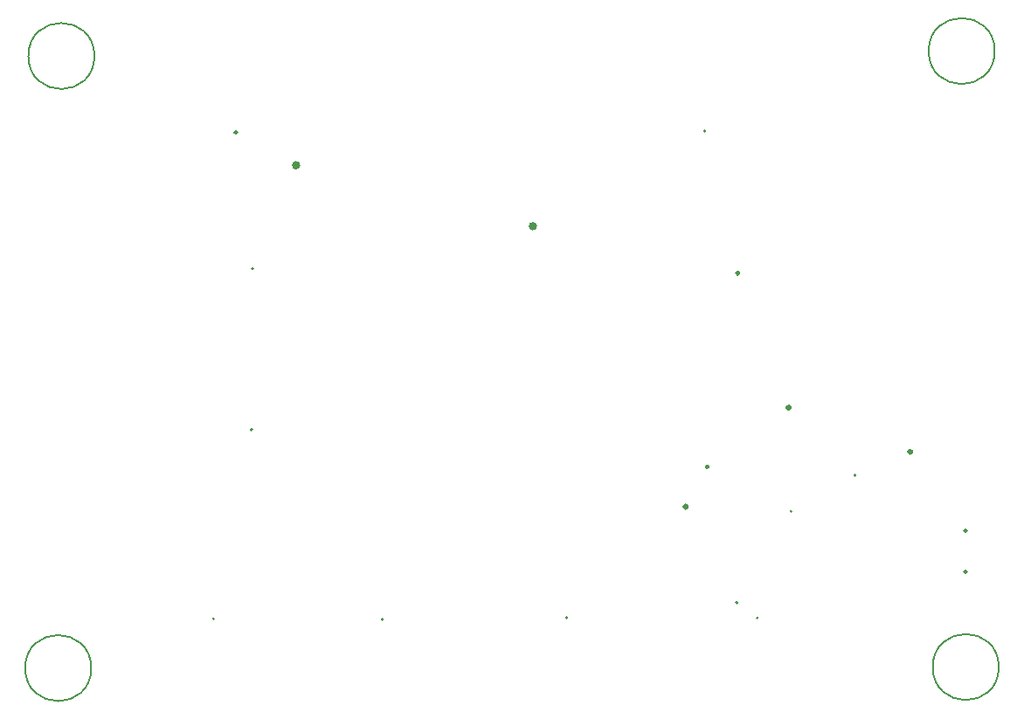
<source format=gbr>
%TF.GenerationSoftware,KiCad,Pcbnew,8.0.6*%
%TF.CreationDate,2025-01-12T20:29:38+06:00*%
%TF.ProjectId,zynq_soc_board_v1,7a796e71-5f73-46f6-935f-626f6172645f,rev?*%
%TF.SameCoordinates,Original*%
%TF.FileFunction,Other,Comment*%
%FSLAX46Y46*%
G04 Gerber Fmt 4.6, Leading zero omitted, Abs format (unit mm)*
G04 Created by KiCad (PCBNEW 8.0.6) date 2025-01-12 20:29:38*
%MOMM*%
%LPD*%
G01*
G04 APERTURE LIST*
%ADD10C,0.280000*%
%ADD11C,0.400000*%
%ADD12C,0.150000*%
%ADD13C,0.200000*%
%ADD14C,0.300000*%
%ADD15C,0.250000*%
%ADD16C,0.220000*%
G04 APERTURE END LIST*
D10*
%TO.C,U800*%
X182230000Y-82720000D02*
G75*
G02*
X181950000Y-82720000I-140000J0D01*
G01*
X181950000Y-82720000D02*
G75*
G02*
X182230000Y-82720000I140000J0D01*
G01*
D11*
%TO.C,U403*%
X162450000Y-78170000D02*
G75*
G02*
X162050000Y-78170000I-200000J0D01*
G01*
X162050000Y-78170000D02*
G75*
G02*
X162450000Y-78170000I200000J0D01*
G01*
D12*
%TO.C,U102*%
X165580000Y-116110000D02*
G75*
G02*
X165440000Y-116110000I-70000J0D01*
G01*
X165440000Y-116110000D02*
G75*
G02*
X165580000Y-116110000I70000J0D01*
G01*
D11*
%TO.C,U402*%
X139500000Y-72270000D02*
G75*
G02*
X139100000Y-72270000I-200000J0D01*
G01*
X139100000Y-72270000D02*
G75*
G02*
X139500000Y-72270000I200000J0D01*
G01*
D13*
%TO.C,U401*%
X178987500Y-68955000D02*
G75*
G02*
X178787500Y-68955000I-100000J0D01*
G01*
X178787500Y-68955000D02*
G75*
G02*
X178987500Y-68955000I100000J0D01*
G01*
D12*
%TO.C,U104*%
X184080000Y-116130000D02*
G75*
G02*
X183940000Y-116130000I-70000J0D01*
G01*
X183940000Y-116130000D02*
G75*
G02*
X184080000Y-116130000I70000J0D01*
G01*
%TO.C,H3*%
X119450000Y-121000000D02*
G75*
G02*
X113050000Y-121000000I-3200000J0D01*
G01*
X113050000Y-121000000D02*
G75*
G02*
X119450000Y-121000000I3200000J0D01*
G01*
%TO.C,U101*%
X147710000Y-116290000D02*
G75*
G02*
X147570000Y-116290000I-70000J0D01*
G01*
X147570000Y-116290000D02*
G75*
G02*
X147710000Y-116290000I70000J0D01*
G01*
%TO.C,H1*%
X207000000Y-61200000D02*
G75*
G02*
X200600000Y-61200000I-3200000J0D01*
G01*
X200600000Y-61200000D02*
G75*
G02*
X207000000Y-61200000I3200000J0D01*
G01*
%TO.C,H4*%
X207400000Y-120900000D02*
G75*
G02*
X201000000Y-120900000I-3200000J0D01*
G01*
X201000000Y-120900000D02*
G75*
G02*
X207400000Y-120900000I3200000J0D01*
G01*
D14*
%TO.C,U900*%
X187170000Y-95760000D02*
G75*
G02*
X186870000Y-95760000I-150000J0D01*
G01*
X186870000Y-95760000D02*
G75*
G02*
X187170000Y-95760000I150000J0D01*
G01*
D12*
%TO.C,U901*%
X193530000Y-102310000D02*
G75*
G02*
X193390000Y-102310000I-70000J0D01*
G01*
X193390000Y-102310000D02*
G75*
G02*
X193530000Y-102310000I70000J0D01*
G01*
D13*
%TO.C,U701*%
X135085900Y-97900000D02*
G75*
G02*
X134885900Y-97900000I-100000J0D01*
G01*
X134885900Y-97900000D02*
G75*
G02*
X135085900Y-97900000I100000J0D01*
G01*
D15*
%TO.C,U105*%
X133600000Y-69085000D02*
G75*
G02*
X133340000Y-69085000I-130000J0D01*
G01*
X133340000Y-69085000D02*
G75*
G02*
X133600000Y-69085000I130000J0D01*
G01*
D14*
%TO.C,J900*%
X198960000Y-100040000D02*
G75*
G02*
X198660000Y-100040000I-150000J0D01*
G01*
X198660000Y-100040000D02*
G75*
G02*
X198960000Y-100040000I150000J0D01*
G01*
D13*
%TO.C,U700*%
X135180000Y-82290000D02*
G75*
G02*
X134980000Y-82290000I-100000J0D01*
G01*
X134980000Y-82290000D02*
G75*
G02*
X135180000Y-82290000I100000J0D01*
G01*
D12*
%TO.C,H2*%
X119760000Y-61680000D02*
G75*
G02*
X113360000Y-61680000I-3200000J0D01*
G01*
X113360000Y-61680000D02*
G75*
G02*
X119760000Y-61680000I3200000J0D01*
G01*
%TO.C,U103*%
X131350000Y-116210000D02*
G75*
G02*
X131210000Y-116210000I-70000J0D01*
G01*
X131210000Y-116210000D02*
G75*
G02*
X131350000Y-116210000I70000J0D01*
G01*
D15*
%TO.C,U300*%
X179260000Y-101500000D02*
G75*
G02*
X179020000Y-101500000I-120000J0D01*
G01*
X179020000Y-101500000D02*
G75*
G02*
X179260000Y-101500000I120000J0D01*
G01*
D14*
%TO.C,U301*%
X177205000Y-105365000D02*
G75*
G02*
X176905000Y-105365000I-150000J0D01*
G01*
X176905000Y-105365000D02*
G75*
G02*
X177205000Y-105365000I150000J0D01*
G01*
D16*
%TO.C,J301*%
X204280000Y-107690000D02*
G75*
G02*
X204060000Y-107690000I-110000J0D01*
G01*
X204060000Y-107690000D02*
G75*
G02*
X204280000Y-107690000I110000J0D01*
G01*
X204280000Y-111690000D02*
G75*
G02*
X204060000Y-111690000I-110000J0D01*
G01*
X204060000Y-111690000D02*
G75*
G02*
X204280000Y-111690000I110000J0D01*
G01*
D12*
%TO.C,U100*%
X187330000Y-105820000D02*
G75*
G02*
X187190000Y-105820000I-70000J0D01*
G01*
X187190000Y-105820000D02*
G75*
G02*
X187330000Y-105820000I70000J0D01*
G01*
D13*
%TO.C,U400*%
X182120000Y-114640000D02*
G75*
G02*
X181920000Y-114640000I-100000J0D01*
G01*
X181920000Y-114640000D02*
G75*
G02*
X182120000Y-114640000I100000J0D01*
G01*
%TD*%
M02*

</source>
